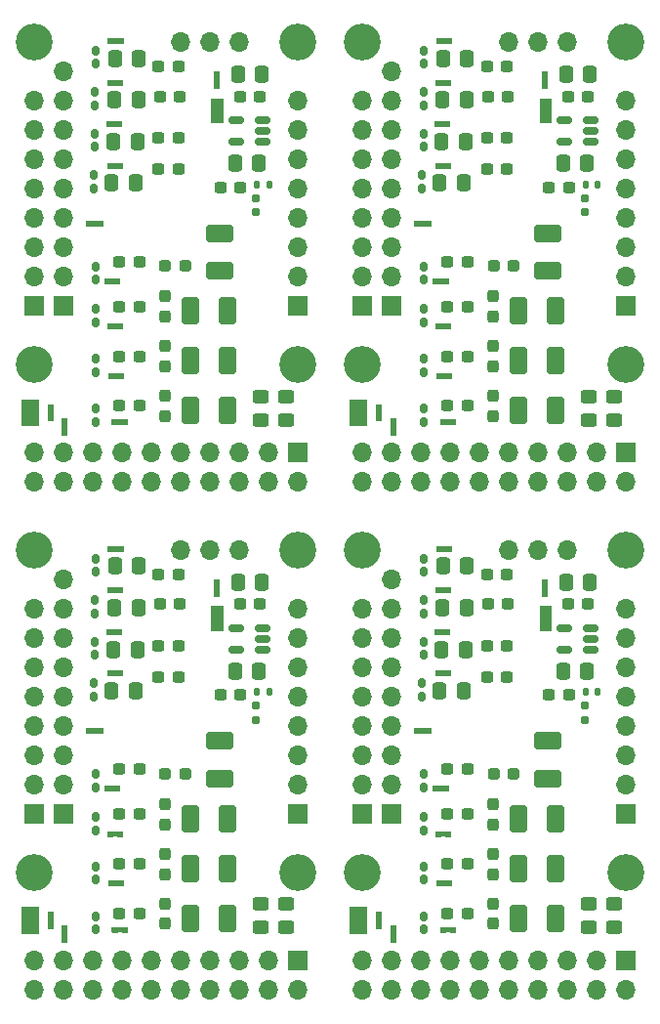
<source format=gbs>
G04 #@! TF.GenerationSoftware,KiCad,Pcbnew,9.0.4*
G04 #@! TF.CreationDate,2025-08-20T18:38:41-04:00*
G04 #@! TF.ProjectId,jlc_pcba,6a6c635f-7063-4626-912e-6b696361645f,rev?*
G04 #@! TF.SameCoordinates,Original*
G04 #@! TF.FileFunction,Soldermask,Bot*
G04 #@! TF.FilePolarity,Negative*
%FSLAX46Y46*%
G04 Gerber Fmt 4.6, Leading zero omitted, Abs format (unit mm)*
G04 Created by KiCad (PCBNEW 9.0.4) date 2025-08-20 18:38:41*
%MOMM*%
%LPD*%
G01*
G04 APERTURE LIST*
G04 Aperture macros list*
%AMRoundRect*
0 Rectangle with rounded corners*
0 $1 Rounding radius*
0 $2 $3 $4 $5 $6 $7 $8 $9 X,Y pos of 4 corners*
0 Add a 4 corners polygon primitive as box body*
4,1,4,$2,$3,$4,$5,$6,$7,$8,$9,$2,$3,0*
0 Add four circle primitives for the rounded corners*
1,1,$1+$1,$2,$3*
1,1,$1+$1,$4,$5*
1,1,$1+$1,$6,$7*
1,1,$1+$1,$8,$9*
0 Add four rect primitives between the rounded corners*
20,1,$1+$1,$2,$3,$4,$5,0*
20,1,$1+$1,$4,$5,$6,$7,0*
20,1,$1+$1,$6,$7,$8,$9,0*
20,1,$1+$1,$8,$9,$2,$3,0*%
G04 Aperture macros list end*
%ADD10C,0.010000*%
%ADD11R,1.700000X1.700000*%
%ADD12O,1.700000X1.700000*%
%ADD13C,3.200000*%
%ADD14R,0.500000X0.500000*%
%ADD15R,0.550000X0.500000*%
%ADD16RoundRect,0.237500X-0.300000X-0.237500X0.300000X-0.237500X0.300000X0.237500X-0.300000X0.237500X0*%
%ADD17RoundRect,0.237500X0.300000X0.237500X-0.300000X0.237500X-0.300000X-0.237500X0.300000X-0.237500X0*%
%ADD18RoundRect,0.250000X-0.337500X-0.475000X0.337500X-0.475000X0.337500X0.475000X-0.337500X0.475000X0*%
%ADD19RoundRect,0.160000X-0.160000X0.222500X-0.160000X-0.222500X0.160000X-0.222500X0.160000X0.222500X0*%
%ADD20RoundRect,0.160000X0.160000X-0.222500X0.160000X0.222500X-0.160000X0.222500X-0.160000X-0.222500X0*%
%ADD21RoundRect,0.237500X0.237500X-0.287500X0.237500X0.287500X-0.237500X0.287500X-0.237500X-0.287500X0*%
%ADD22RoundRect,0.250000X0.337500X0.475000X-0.337500X0.475000X-0.337500X-0.475000X0.337500X-0.475000X0*%
%ADD23RoundRect,0.135000X0.135000X0.185000X-0.135000X0.185000X-0.135000X-0.185000X0.135000X-0.185000X0*%
%ADD24RoundRect,0.250000X0.450000X-0.325000X0.450000X0.325000X-0.450000X0.325000X-0.450000X-0.325000X0*%
%ADD25RoundRect,0.250001X0.499999X0.924999X-0.499999X0.924999X-0.499999X-0.924999X0.499999X-0.924999X0*%
%ADD26R,1.500000X1.000000*%
%ADD27RoundRect,0.160000X-0.160000X0.197500X-0.160000X-0.197500X0.160000X-0.197500X0.160000X0.197500X0*%
%ADD28RoundRect,0.237500X-0.237500X0.287500X-0.237500X-0.287500X0.237500X-0.287500X0.237500X0.287500X0*%
%ADD29RoundRect,0.250000X-0.450000X0.325000X-0.450000X-0.325000X0.450000X-0.325000X0.450000X0.325000X0*%
%ADD30R,0.508000X0.500000*%
%ADD31R,0.508000X0.508000*%
%ADD32R,0.500000X0.508000*%
%ADD33RoundRect,0.250001X0.924999X-0.499999X0.924999X0.499999X-0.924999X0.499999X-0.924999X-0.499999X0*%
%ADD34RoundRect,0.237500X-0.287500X-0.237500X0.287500X-0.237500X0.287500X0.237500X-0.287500X0.237500X0*%
%ADD35RoundRect,0.150000X0.512500X0.150000X-0.512500X0.150000X-0.512500X-0.150000X0.512500X-0.150000X0*%
G04 APERTURE END LIST*
G04 #@! TO.C,OP2*
G36*
X44860000Y-77782500D02*
G01*
X45710000Y-77782500D01*
X45710000Y-77282500D01*
X44860000Y-77282500D01*
X44860000Y-77782500D01*
G37*
G04 #@! TO.C,OM2*
G36*
X16175000Y-29882500D02*
G01*
X17025000Y-29882500D01*
X17025000Y-29382500D01*
X16175000Y-29382500D01*
X16175000Y-29882500D01*
G37*
G04 #@! TO.C,MCLK108*
G36*
X9975000Y-85182500D02*
G01*
X8475000Y-85182500D01*
X8475000Y-84882500D01*
X9975000Y-84882500D01*
X9975000Y-85182500D01*
G37*
G04 #@! TO.C,INM2*
G36*
X16457500Y-9082500D02*
G01*
X17307500Y-9082500D01*
X17307500Y-8582500D01*
X16457500Y-8582500D01*
X16457500Y-9082500D01*
G37*
G04 #@! TO.C,INP2*
G36*
X44870000Y-56682500D02*
G01*
X45720000Y-56682500D01*
X45720000Y-56182500D01*
X44870000Y-56182500D01*
X44870000Y-56682500D01*
G37*
G04 #@! TO.C,OM2*
G36*
X16175000Y-73882500D02*
G01*
X17025000Y-73882500D01*
X17025000Y-73382500D01*
X16175000Y-73382500D01*
X16175000Y-73882500D01*
G37*
G04 #@! TO.C,OM1*
G36*
X17175000Y-85582500D02*
G01*
X16300000Y-85582500D01*
X16300000Y-86082500D01*
X17175000Y-86082500D01*
X17175000Y-85582500D01*
G37*
G04 #@! TO.C,G119*
G36*
X25171000Y-55978500D02*
G01*
X25679000Y-55978500D01*
X25679000Y-56478500D01*
X25171000Y-56478500D01*
X25171000Y-55978500D01*
G37*
G04 #@! TO.C,INM1*
G36*
X16337500Y-16282500D02*
G01*
X17187500Y-16282500D01*
X17187500Y-15782500D01*
X16337500Y-15782500D01*
X16337500Y-16282500D01*
G37*
G04 #@! TO.C,GND108*
G36*
X43539000Y-68378500D02*
G01*
X43039000Y-68378500D01*
X43039000Y-68886500D01*
X43539000Y-68886500D01*
X43539000Y-68378500D01*
G37*
G04 #@! TO.C,SCL108*
G36*
X11279000Y-85286500D02*
G01*
X10771000Y-85286500D01*
X10771000Y-84786500D01*
X11279000Y-84786500D01*
X11279000Y-85286500D01*
G37*
G04 #@! TO.C,SDA108*
G36*
X12479000Y-42486500D02*
G01*
X11971000Y-42486500D01*
X11971000Y-41986500D01*
X12479000Y-41986500D01*
X12479000Y-42486500D01*
G37*
G04 #@! TO.C,GND108*
G36*
X15079000Y-24378500D02*
G01*
X14579000Y-24378500D01*
X14579000Y-24886500D01*
X15079000Y-24886500D01*
X15079000Y-24378500D01*
G37*
G04 #@! TO.C,OP1*
G36*
X44935000Y-38082500D02*
G01*
X45785000Y-38082500D01*
X45785000Y-37582500D01*
X44935000Y-37582500D01*
X44935000Y-38082500D01*
G37*
G04 #@! TO.C,INP1*
G36*
X16400000Y-63882500D02*
G01*
X17250000Y-63882500D01*
X17250000Y-63382500D01*
X16400000Y-63382500D01*
X16400000Y-63882500D01*
G37*
G04 #@! TO.C,3V108*
D10*
X54385000Y-15892500D02*
X53385000Y-15892500D01*
X53385000Y-13782500D01*
X54385000Y-13782500D01*
X54385000Y-15892500D01*
G36*
X54385000Y-15892500D02*
G01*
X53385000Y-15892500D01*
X53385000Y-13782500D01*
X54385000Y-13782500D01*
X54385000Y-15892500D01*
G37*
G04 #@! TO.C,OM1*
G36*
X45635000Y-85582500D02*
G01*
X44760000Y-85582500D01*
X44760000Y-86082500D01*
X45635000Y-86082500D01*
X45635000Y-85582500D01*
G37*
G04 #@! TO.C,SDA108*
G36*
X40939000Y-86486500D02*
G01*
X40431000Y-86486500D01*
X40431000Y-85986500D01*
X40939000Y-85986500D01*
X40939000Y-86486500D01*
G37*
G04 #@! TO.C,OM1*
G36*
X45635000Y-41582500D02*
G01*
X44760000Y-41582500D01*
X44760000Y-42082500D01*
X45635000Y-42082500D01*
X45635000Y-41582500D01*
G37*
G04 #@! TO.C,OP1*
G36*
X16475000Y-38082500D02*
G01*
X17325000Y-38082500D01*
X17325000Y-37582500D01*
X16475000Y-37582500D01*
X16475000Y-38082500D01*
G37*
G04 #@! TO.C,SDA108*
G36*
X40939000Y-42486500D02*
G01*
X40431000Y-42486500D01*
X40431000Y-41986500D01*
X40939000Y-41986500D01*
X40939000Y-42486500D01*
G37*
G04 #@! TO.C,INM1*
G36*
X16337500Y-60282500D02*
G01*
X17187500Y-60282500D01*
X17187500Y-59782500D01*
X16337500Y-59782500D01*
X16337500Y-60282500D01*
G37*
G04 #@! TO.C,INP2*
G36*
X16410000Y-12682500D02*
G01*
X17260000Y-12682500D01*
X17260000Y-12182500D01*
X16410000Y-12182500D01*
X16410000Y-12682500D01*
G37*
G04 #@! TO.C,MCLK108*
G36*
X38435000Y-41182500D02*
G01*
X36935000Y-41182500D01*
X36935000Y-40882500D01*
X38435000Y-40882500D01*
X38435000Y-41182500D01*
G37*
G04 #@! TO.C,SCL108*
G36*
X39739000Y-85286500D02*
G01*
X39231000Y-85286500D01*
X39231000Y-84786500D01*
X39739000Y-84786500D01*
X39739000Y-85286500D01*
G37*
G04 #@! TO.C,OP2*
G36*
X16400000Y-33782500D02*
G01*
X17250000Y-33782500D01*
X17250000Y-33282500D01*
X16400000Y-33282500D01*
X16400000Y-33782500D01*
G37*
G04 #@! TO.C,OP1*
G36*
X16475000Y-82082500D02*
G01*
X17325000Y-82082500D01*
X17325000Y-81582500D01*
X16475000Y-81582500D01*
X16475000Y-82082500D01*
G37*
G04 #@! TO.C,OM1*
G36*
X17175000Y-41582500D02*
G01*
X16300000Y-41582500D01*
X16300000Y-42082500D01*
X17175000Y-42082500D01*
X17175000Y-41582500D01*
G37*
G04 #@! TO.C,INP1*
G36*
X16400000Y-19882500D02*
G01*
X17250000Y-19882500D01*
X17250000Y-19382500D01*
X16400000Y-19382500D01*
X16400000Y-19882500D01*
G37*
G04 #@! TO.C,G119*
G36*
X53631000Y-55978500D02*
G01*
X54139000Y-55978500D01*
X54139000Y-56478500D01*
X53631000Y-56478500D01*
X53631000Y-55978500D01*
G37*
G04 #@! TO.C,INM1*
G36*
X44797500Y-60282500D02*
G01*
X45647500Y-60282500D01*
X45647500Y-59782500D01*
X44797500Y-59782500D01*
X44797500Y-60282500D01*
G37*
G04 #@! TO.C,OP2*
G36*
X16400000Y-77782500D02*
G01*
X17250000Y-77782500D01*
X17250000Y-77282500D01*
X16400000Y-77282500D01*
X16400000Y-77782500D01*
G37*
G04 #@! TO.C,3V108*
X25925000Y-15892500D02*
X24925000Y-15892500D01*
X24925000Y-13782500D01*
X25925000Y-13782500D01*
X25925000Y-15892500D01*
G36*
X25925000Y-15892500D02*
G01*
X24925000Y-15892500D01*
X24925000Y-13782500D01*
X25925000Y-13782500D01*
X25925000Y-15892500D01*
G37*
G04 #@! TO.C,INP1*
G36*
X44860000Y-63882500D02*
G01*
X45710000Y-63882500D01*
X45710000Y-63382500D01*
X44860000Y-63382500D01*
X44860000Y-63882500D01*
G37*
G04 #@! TO.C,MCLK108*
G36*
X9975000Y-41182500D02*
G01*
X8475000Y-41182500D01*
X8475000Y-40882500D01*
X9975000Y-40882500D01*
X9975000Y-41182500D01*
G37*
G04 #@! TO.C,INP1*
G36*
X44860000Y-19882500D02*
G01*
X45710000Y-19882500D01*
X45710000Y-19382500D01*
X44860000Y-19382500D01*
X44860000Y-19882500D01*
G37*
G04 #@! TO.C,MCLK108*
G36*
X38435000Y-85182500D02*
G01*
X36935000Y-85182500D01*
X36935000Y-84882500D01*
X38435000Y-84882500D01*
X38435000Y-85182500D01*
G37*
G04 #@! TO.C,INM2*
G36*
X44917500Y-9082500D02*
G01*
X45767500Y-9082500D01*
X45767500Y-8582500D01*
X44917500Y-8582500D01*
X44917500Y-9082500D01*
G37*
G04 #@! TO.C,OP2*
G36*
X44860000Y-33782500D02*
G01*
X45710000Y-33782500D01*
X45710000Y-33282500D01*
X44860000Y-33282500D01*
X44860000Y-33782500D01*
G37*
G04 #@! TO.C,INP2*
G36*
X44870000Y-12682500D02*
G01*
X45720000Y-12682500D01*
X45720000Y-12182500D01*
X44870000Y-12182500D01*
X44870000Y-12682500D01*
G37*
G36*
X16410000Y-56682500D02*
G01*
X17260000Y-56682500D01*
X17260000Y-56182500D01*
X16410000Y-56182500D01*
X16410000Y-56682500D01*
G37*
G04 #@! TO.C,SDA108*
G36*
X12479000Y-86486500D02*
G01*
X11971000Y-86486500D01*
X11971000Y-85986500D01*
X12479000Y-85986500D01*
X12479000Y-86486500D01*
G37*
G04 #@! TO.C,SCL108*
G36*
X11279000Y-41286500D02*
G01*
X10771000Y-41286500D01*
X10771000Y-40786500D01*
X11279000Y-40786500D01*
X11279000Y-41286500D01*
G37*
G04 #@! TO.C,INM1*
G36*
X44797500Y-16282500D02*
G01*
X45647500Y-16282500D01*
X45647500Y-15782500D01*
X44797500Y-15782500D01*
X44797500Y-16282500D01*
G37*
G04 #@! TO.C,GND108*
G36*
X43539000Y-24378500D02*
G01*
X43039000Y-24378500D01*
X43039000Y-24886500D01*
X43539000Y-24886500D01*
X43539000Y-24378500D01*
G37*
G04 #@! TO.C,SCL108*
G36*
X39739000Y-41286500D02*
G01*
X39231000Y-41286500D01*
X39231000Y-40786500D01*
X39739000Y-40786500D01*
X39739000Y-41286500D01*
G37*
G04 #@! TO.C,OM2*
G36*
X44635000Y-73882500D02*
G01*
X45485000Y-73882500D01*
X45485000Y-73382500D01*
X44635000Y-73382500D01*
X44635000Y-73882500D01*
G37*
G04 #@! TO.C,G119*
G36*
X53631000Y-11978500D02*
G01*
X54139000Y-11978500D01*
X54139000Y-12478500D01*
X53631000Y-12478500D01*
X53631000Y-11978500D01*
G37*
G04 #@! TO.C,3V108*
X54385000Y-59892500D02*
X53385000Y-59892500D01*
X53385000Y-57782500D01*
X54385000Y-57782500D01*
X54385000Y-59892500D01*
G36*
X54385000Y-59892500D02*
G01*
X53385000Y-59892500D01*
X53385000Y-57782500D01*
X54385000Y-57782500D01*
X54385000Y-59892500D01*
G37*
G04 #@! TO.C,G119*
G36*
X25171000Y-11978500D02*
G01*
X25679000Y-11978500D01*
X25679000Y-12478500D01*
X25171000Y-12478500D01*
X25171000Y-11978500D01*
G37*
G04 #@! TO.C,INM2*
G36*
X16457500Y-53082500D02*
G01*
X17307500Y-53082500D01*
X17307500Y-52582500D01*
X16457500Y-52582500D01*
X16457500Y-53082500D01*
G37*
G04 #@! TO.C,3V108*
X25925000Y-59892500D02*
X24925000Y-59892500D01*
X24925000Y-57782500D01*
X25925000Y-57782500D01*
X25925000Y-59892500D01*
G36*
X25925000Y-59892500D02*
G01*
X24925000Y-59892500D01*
X24925000Y-57782500D01*
X25925000Y-57782500D01*
X25925000Y-59892500D01*
G37*
G04 #@! TO.C,INM2*
G36*
X44917500Y-53082500D02*
G01*
X45767500Y-53082500D01*
X45767500Y-52582500D01*
X44917500Y-52582500D01*
X44917500Y-53082500D01*
G37*
G04 #@! TO.C,OM2*
G36*
X44635000Y-29882500D02*
G01*
X45485000Y-29882500D01*
X45485000Y-29382500D01*
X44635000Y-29382500D01*
X44635000Y-29882500D01*
G37*
G04 #@! TO.C,GND108*
G36*
X15079000Y-68378500D02*
G01*
X14579000Y-68378500D01*
X14579000Y-68886500D01*
X15079000Y-68886500D01*
X15079000Y-68378500D01*
G37*
G04 #@! TO.C,OP1*
G36*
X44935000Y-82082500D02*
G01*
X45785000Y-82082500D01*
X45785000Y-81582500D01*
X44935000Y-81582500D01*
X44935000Y-82082500D01*
G37*
G04 #@! TD*
D11*
G04 #@! TO.C,board_outline108*
X32425000Y-44495000D03*
D12*
X32425000Y-47035000D03*
X29885000Y-44495000D03*
X29885000Y-47035000D03*
X27345000Y-44495000D03*
X27345000Y-47035000D03*
X24805000Y-44495000D03*
X24805000Y-47035000D03*
X22265000Y-44495000D03*
X22265000Y-47035000D03*
X19725000Y-44495000D03*
X19725000Y-47035000D03*
X17185000Y-44495000D03*
X17185000Y-47035000D03*
X14645000Y-44495000D03*
X14645000Y-47035000D03*
X12105000Y-44495000D03*
X12105000Y-47035000D03*
X9565000Y-44495000D03*
X9565000Y-47035000D03*
D11*
X12110000Y-31785000D03*
X9570000Y-31785000D03*
D12*
X12110000Y-29245000D03*
X9570000Y-29245000D03*
X12110000Y-26705000D03*
X9570000Y-26705000D03*
X12110000Y-24165000D03*
X9570000Y-24165000D03*
X12110000Y-21625000D03*
X9570000Y-21625000D03*
X12110000Y-19085000D03*
X9570000Y-19085000D03*
X12110000Y-16545000D03*
X9570000Y-16545000D03*
X12110000Y-14005000D03*
X9570000Y-14005000D03*
D11*
X32430000Y-31785000D03*
D12*
X32430000Y-29245000D03*
X32430000Y-26705000D03*
X32430000Y-24165000D03*
X32430000Y-21625000D03*
X32430000Y-19085000D03*
X32430000Y-16545000D03*
X32430000Y-14005000D03*
X27350000Y-8940000D03*
X24810000Y-8940000D03*
X22270000Y-8940000D03*
X12110000Y-11480000D03*
D13*
X9570000Y-36880000D03*
X9570000Y-8940000D03*
X32430000Y-36880000D03*
X32430000Y-8940000D03*
G04 #@! TD*
D11*
G04 #@! TO.C,board_outline108*
X60885000Y-88495000D03*
D12*
X60885000Y-91035000D03*
X58345000Y-88495000D03*
X58345000Y-91035000D03*
X55805000Y-88495000D03*
X55805000Y-91035000D03*
X53265000Y-88495000D03*
X53265000Y-91035000D03*
X50725000Y-88495000D03*
X50725000Y-91035000D03*
X48185000Y-88495000D03*
X48185000Y-91035000D03*
X45645000Y-88495000D03*
X45645000Y-91035000D03*
X43105000Y-88495000D03*
X43105000Y-91035000D03*
X40565000Y-88495000D03*
X40565000Y-91035000D03*
X38025000Y-88495000D03*
X38025000Y-91035000D03*
D11*
X40570000Y-75785000D03*
X38030000Y-75785000D03*
D12*
X40570000Y-73245000D03*
X38030000Y-73245000D03*
X40570000Y-70705000D03*
X38030000Y-70705000D03*
X40570000Y-68165000D03*
X38030000Y-68165000D03*
X40570000Y-65625000D03*
X38030000Y-65625000D03*
X40570000Y-63085000D03*
X38030000Y-63085000D03*
X40570000Y-60545000D03*
X38030000Y-60545000D03*
X40570000Y-58005000D03*
X38030000Y-58005000D03*
D11*
X60890000Y-75785000D03*
D12*
X60890000Y-73245000D03*
X60890000Y-70705000D03*
X60890000Y-68165000D03*
X60890000Y-65625000D03*
X60890000Y-63085000D03*
X60890000Y-60545000D03*
X60890000Y-58005000D03*
X55810000Y-52940000D03*
X53270000Y-52940000D03*
X50730000Y-52940000D03*
X40570000Y-55480000D03*
D13*
X38030000Y-80880000D03*
X38030000Y-52940000D03*
X60890000Y-80880000D03*
X60890000Y-52940000D03*
G04 #@! TD*
D11*
G04 #@! TO.C,board_outline108*
X60885000Y-44495000D03*
D12*
X60885000Y-47035000D03*
X58345000Y-44495000D03*
X58345000Y-47035000D03*
X55805000Y-44495000D03*
X55805000Y-47035000D03*
X53265000Y-44495000D03*
X53265000Y-47035000D03*
X50725000Y-44495000D03*
X50725000Y-47035000D03*
X48185000Y-44495000D03*
X48185000Y-47035000D03*
X45645000Y-44495000D03*
X45645000Y-47035000D03*
X43105000Y-44495000D03*
X43105000Y-47035000D03*
X40565000Y-44495000D03*
X40565000Y-47035000D03*
X38025000Y-44495000D03*
X38025000Y-47035000D03*
D11*
X40570000Y-31785000D03*
X38030000Y-31785000D03*
D12*
X40570000Y-29245000D03*
X38030000Y-29245000D03*
X40570000Y-26705000D03*
X38030000Y-26705000D03*
X40570000Y-24165000D03*
X38030000Y-24165000D03*
X40570000Y-21625000D03*
X38030000Y-21625000D03*
X40570000Y-19085000D03*
X38030000Y-19085000D03*
X40570000Y-16545000D03*
X38030000Y-16545000D03*
X40570000Y-14005000D03*
X38030000Y-14005000D03*
D11*
X60890000Y-31785000D03*
D12*
X60890000Y-29245000D03*
X60890000Y-26705000D03*
X60890000Y-24165000D03*
X60890000Y-21625000D03*
X60890000Y-19085000D03*
X60890000Y-16545000D03*
X60890000Y-14005000D03*
X55810000Y-8940000D03*
X53270000Y-8940000D03*
X50730000Y-8940000D03*
X40570000Y-11480000D03*
D13*
X38030000Y-36880000D03*
X38030000Y-8940000D03*
X60890000Y-36880000D03*
X60890000Y-8940000D03*
G04 #@! TD*
D11*
G04 #@! TO.C,board_outline108*
X32425000Y-88495000D03*
D12*
X32425000Y-91035000D03*
X29885000Y-88495000D03*
X29885000Y-91035000D03*
X27345000Y-88495000D03*
X27345000Y-91035000D03*
X24805000Y-88495000D03*
X24805000Y-91035000D03*
X22265000Y-88495000D03*
X22265000Y-91035000D03*
X19725000Y-88495000D03*
X19725000Y-91035000D03*
X17185000Y-88495000D03*
X17185000Y-91035000D03*
X14645000Y-88495000D03*
X14645000Y-91035000D03*
X12105000Y-88495000D03*
X12105000Y-91035000D03*
X9565000Y-88495000D03*
X9565000Y-91035000D03*
D11*
X12110000Y-75785000D03*
X9570000Y-75785000D03*
D12*
X12110000Y-73245000D03*
X9570000Y-73245000D03*
X12110000Y-70705000D03*
X9570000Y-70705000D03*
X12110000Y-68165000D03*
X9570000Y-68165000D03*
X12110000Y-65625000D03*
X9570000Y-65625000D03*
X12110000Y-63085000D03*
X9570000Y-63085000D03*
X12110000Y-60545000D03*
X9570000Y-60545000D03*
X12110000Y-58005000D03*
X9570000Y-58005000D03*
D11*
X32430000Y-75785000D03*
D12*
X32430000Y-73245000D03*
X32430000Y-70705000D03*
X32430000Y-68165000D03*
X32430000Y-65625000D03*
X32430000Y-63085000D03*
X32430000Y-60545000D03*
X32430000Y-58005000D03*
X27350000Y-52940000D03*
X24810000Y-52940000D03*
X22270000Y-52940000D03*
X12110000Y-55480000D03*
D13*
X9570000Y-80880000D03*
X9570000Y-52940000D03*
X32430000Y-80880000D03*
X32430000Y-52940000D03*
G04 #@! TD*
D14*
G04 #@! TO.C,OP2*
X44610000Y-77532500D03*
D15*
X45485000Y-77532500D03*
G04 #@! TD*
D16*
G04 #@! TO.C,C129*
X54210582Y-65482883D03*
X55935582Y-65482883D03*
G04 #@! TD*
D17*
G04 #@! TO.C,C123*
X47147500Y-71932500D03*
X45422500Y-71932500D03*
G04 #@! TD*
G04 #@! TO.C,C123*
X18687500Y-71932500D03*
X16962500Y-71932500D03*
G04 #@! TD*
D18*
G04 #@! TO.C,FB110*
X44910000Y-17532500D03*
X46985000Y-17532500D03*
G04 #@! TD*
D14*
G04 #@! TO.C,OM2*
X15925000Y-29632500D03*
D15*
X16800000Y-29632500D03*
G04 #@! TD*
D17*
G04 #@! TO.C,C117*
X47147500Y-40432500D03*
X45422500Y-40432500D03*
G04 #@! TD*
D19*
G04 #@! TO.C,D109*
X14925000Y-85805000D03*
X14925000Y-84660000D03*
G04 #@! TD*
D16*
G04 #@! TO.C,C126*
X48822500Y-17232500D03*
X50547500Y-17232500D03*
G04 #@! TD*
D17*
G04 #@! TO.C,C121*
X18687500Y-31832500D03*
X16962500Y-31832500D03*
G04 #@! TD*
D19*
G04 #@! TO.C,D111*
X14925000Y-73505000D03*
X14925000Y-72360000D03*
G04 #@! TD*
D20*
G04 #@! TO.C,D114*
X43320000Y-16860000D03*
X43320000Y-18005000D03*
G04 #@! TD*
D21*
G04 #@! TO.C,R111*
X49385000Y-32707500D03*
X49385000Y-30957500D03*
G04 #@! TD*
D22*
G04 #@! TO.C,T\u002AC108*
X57760000Y-55698186D03*
X55685000Y-55698186D03*
G04 #@! TD*
D23*
G04 #@! TO.C,R128*
X29935000Y-21232500D03*
X28915000Y-21232500D03*
G04 #@! TD*
D18*
G04 #@! TO.C,FB108*
X45020000Y-10332500D03*
X47095000Y-10332500D03*
G04 #@! TD*
G04 #@! TO.C,FB111*
X44747500Y-21132500D03*
X46822500Y-21132500D03*
G04 #@! TD*
D24*
G04 #@! TO.C,C131*
X59885000Y-85657500D03*
X59885000Y-83607500D03*
G04 #@! TD*
D20*
G04 #@! TO.C,D115*
X43185000Y-64460000D03*
X43185000Y-65605000D03*
G04 #@! TD*
D25*
G04 #@! TO.C,C110*
X26350000Y-36532500D03*
X23100000Y-36532500D03*
G04 #@! TD*
D19*
G04 #@! TO.C,D108*
X14925000Y-81505000D03*
X14925000Y-80360000D03*
G04 #@! TD*
D18*
G04 #@! TO.C,FB110*
X44910000Y-61532500D03*
X46985000Y-61532500D03*
G04 #@! TD*
D26*
G04 #@! TO.C,MCLK108*
X9225000Y-85682500D03*
X9225000Y-84382500D03*
G04 #@! TD*
D14*
G04 #@! TO.C,INM2*
X16207500Y-8832500D03*
D15*
X17082500Y-8832500D03*
G04 #@! TD*
D27*
G04 #@! TO.C,SCL109*
X57285000Y-22435000D03*
X57285000Y-23630000D03*
G04 #@! TD*
D16*
G04 #@! TO.C,C129*
X25750582Y-65482883D03*
X27475582Y-65482883D03*
G04 #@! TD*
G04 #@! TO.C,C129*
X54210582Y-21482883D03*
X55935582Y-21482883D03*
G04 #@! TD*
D18*
G04 #@! TO.C,FB109*
X16522500Y-13932500D03*
X18597500Y-13932500D03*
G04 #@! TD*
D28*
G04 #@! TO.C,R109*
X20925000Y-39557500D03*
X20925000Y-41307500D03*
G04 #@! TD*
D18*
G04 #@! TO.C,FB109*
X16522500Y-57932500D03*
X18597500Y-57932500D03*
G04 #@! TD*
D14*
G04 #@! TO.C,INP2*
X44620000Y-56432500D03*
D15*
X45495000Y-56432500D03*
G04 #@! TD*
D18*
G04 #@! TO.C,FB108*
X16560000Y-10332500D03*
X18635000Y-10332500D03*
G04 #@! TD*
D21*
G04 #@! TO.C,R111*
X20925000Y-32707500D03*
X20925000Y-30957500D03*
G04 #@! TD*
D29*
G04 #@! TO.C,C130*
X57685000Y-39607500D03*
X57685000Y-41657500D03*
G04 #@! TD*
D14*
G04 #@! TO.C,OM2*
X15925000Y-73632500D03*
D15*
X16800000Y-73632500D03*
G04 #@! TD*
D18*
G04 #@! TO.C,T\u002AC110*
X26987500Y-19432500D03*
X29062500Y-19432500D03*
G04 #@! TD*
G04 #@! TO.C,FB109*
X44982500Y-57932500D03*
X47057500Y-57932500D03*
G04 #@! TD*
D14*
G04 #@! TO.C,OM1*
X17425000Y-85832500D03*
X16575000Y-85832500D03*
G04 #@! TD*
D30*
G04 #@! TO.C,G119*
X25425000Y-55728500D03*
D31*
X25425000Y-56732500D03*
G04 #@! TD*
D20*
G04 #@! TO.C,D112*
X14907500Y-53660000D03*
X14907500Y-54805000D03*
G04 #@! TD*
D19*
G04 #@! TO.C,D109*
X43385000Y-41805000D03*
X43385000Y-40660000D03*
G04 #@! TD*
D14*
G04 #@! TO.C,INM1*
X16087500Y-16032500D03*
D15*
X16962500Y-16032500D03*
G04 #@! TD*
D32*
G04 #@! TO.C,GND108*
X43789000Y-68632500D03*
D31*
X42785000Y-68632500D03*
G04 #@! TD*
D25*
G04 #@! TO.C,C120*
X26350000Y-76232500D03*
X23100000Y-76232500D03*
G04 #@! TD*
D28*
G04 #@! TO.C,R109*
X20925000Y-83557500D03*
X20925000Y-85307500D03*
G04 #@! TD*
D33*
G04 #@! TO.C,C122*
X25625000Y-72732499D03*
X25625000Y-69482499D03*
G04 #@! TD*
D18*
G04 #@! TO.C,FB110*
X16450000Y-61532500D03*
X18525000Y-61532500D03*
G04 #@! TD*
G04 #@! TO.C,FB111*
X16287500Y-21132500D03*
X18362500Y-21132500D03*
G04 #@! TD*
D20*
G04 #@! TO.C,D114*
X14860000Y-16860000D03*
X14860000Y-18005000D03*
G04 #@! TD*
D16*
G04 #@! TO.C,C125*
X20462500Y-13632500D03*
X22187500Y-13632500D03*
G04 #@! TD*
D17*
G04 #@! TO.C,C117*
X18687500Y-40432500D03*
X16962500Y-40432500D03*
G04 #@! TD*
D29*
G04 #@! TO.C,C130*
X29225000Y-83607500D03*
X29225000Y-85657500D03*
G04 #@! TD*
D19*
G04 #@! TO.C,D110*
X14925000Y-77205000D03*
X14925000Y-76060000D03*
G04 #@! TD*
D30*
G04 #@! TO.C,SCL108*
X11025000Y-85536500D03*
D31*
X11025000Y-84532500D03*
G04 #@! TD*
D21*
G04 #@! TO.C,R108*
X49385000Y-37007500D03*
X49385000Y-35257500D03*
G04 #@! TD*
D30*
G04 #@! TO.C,SDA108*
X12225000Y-42736500D03*
D31*
X12225000Y-41732500D03*
G04 #@! TD*
D17*
G04 #@! TO.C,C123*
X47147500Y-27932500D03*
X45422500Y-27932500D03*
G04 #@! TD*
D32*
G04 #@! TO.C,GND108*
X15329000Y-24632500D03*
D31*
X14325000Y-24632500D03*
G04 #@! TD*
D19*
G04 #@! TO.C,D108*
X43385000Y-37505000D03*
X43385000Y-36360000D03*
G04 #@! TD*
D14*
G04 #@! TO.C,OP1*
X44685000Y-37832500D03*
D15*
X45560000Y-37832500D03*
G04 #@! TD*
D18*
G04 #@! TO.C,FB108*
X45020000Y-54332500D03*
X47095000Y-54332500D03*
G04 #@! TD*
D34*
G04 #@! TO.C,R116*
X20950000Y-28332500D03*
X22700000Y-28332500D03*
G04 #@! TD*
D16*
G04 #@! TO.C,C126*
X20362500Y-61232500D03*
X22087500Y-61232500D03*
G04 #@! TD*
G04 #@! TO.C,C125*
X20462500Y-57632500D03*
X22187500Y-57632500D03*
G04 #@! TD*
D18*
G04 #@! TO.C,FB108*
X16560000Y-54332500D03*
X18635000Y-54332500D03*
G04 #@! TD*
D33*
G04 #@! TO.C,C122*
X25625000Y-28732499D03*
X25625000Y-25482499D03*
G04 #@! TD*
D14*
G04 #@! TO.C,INP1*
X16150000Y-63632500D03*
D15*
X17025000Y-63632500D03*
G04 #@! TD*
D17*
G04 #@! TO.C,C113*
X18687500Y-80132500D03*
X16962500Y-80132500D03*
G04 #@! TD*
D25*
G04 #@! TO.C,C110*
X54810000Y-36532500D03*
X51560000Y-36532500D03*
G04 #@! TD*
D19*
G04 #@! TO.C,D110*
X43385000Y-77205000D03*
X43385000Y-76060000D03*
G04 #@! TD*
D25*
G04 #@! TO.C,C114*
X54810000Y-40832500D03*
X51560000Y-40832500D03*
G04 #@! TD*
D14*
G04 #@! TO.C,OM1*
X45885000Y-85832500D03*
X45035000Y-85832500D03*
G04 #@! TD*
D30*
G04 #@! TO.C,SDA108*
X40685000Y-86736500D03*
D31*
X40685000Y-85732500D03*
G04 #@! TD*
D19*
G04 #@! TO.C,D111*
X43385000Y-73505000D03*
X43385000Y-72360000D03*
G04 #@! TD*
D24*
G04 #@! TO.C,C131*
X31425000Y-85657500D03*
X31425000Y-83607500D03*
G04 #@! TD*
D17*
G04 #@! TO.C,C123*
X18687500Y-27932500D03*
X16962500Y-27932500D03*
G04 #@! TD*
D21*
G04 #@! TO.C,R108*
X49385000Y-81007500D03*
X49385000Y-79257500D03*
G04 #@! TD*
D19*
G04 #@! TO.C,D110*
X43385000Y-33205000D03*
X43385000Y-32060000D03*
G04 #@! TD*
D21*
G04 #@! TO.C,R108*
X20925000Y-37007500D03*
X20925000Y-35257500D03*
G04 #@! TD*
D14*
G04 #@! TO.C,OM1*
X45885000Y-41832500D03*
X45035000Y-41832500D03*
G04 #@! TD*
G04 #@! TO.C,OP1*
X16225000Y-37832500D03*
D15*
X17100000Y-37832500D03*
G04 #@! TD*
D25*
G04 #@! TO.C,C120*
X54810000Y-32232500D03*
X51560000Y-32232500D03*
G04 #@! TD*
D21*
G04 #@! TO.C,R108*
X20925000Y-81007500D03*
X20925000Y-79257500D03*
G04 #@! TD*
D30*
G04 #@! TO.C,SDA108*
X40685000Y-42736500D03*
D31*
X40685000Y-41732500D03*
G04 #@! TD*
D25*
G04 #@! TO.C,C114*
X54810000Y-84832500D03*
X51560000Y-84832500D03*
G04 #@! TD*
D16*
G04 #@! TO.C,C124*
X48822500Y-55032500D03*
X50547500Y-55032500D03*
G04 #@! TD*
D28*
G04 #@! TO.C,R109*
X49385000Y-83557500D03*
X49385000Y-85307500D03*
G04 #@! TD*
D14*
G04 #@! TO.C,INM1*
X16087500Y-60032500D03*
D15*
X16962500Y-60032500D03*
G04 #@! TD*
D20*
G04 #@! TO.C,D115*
X14725000Y-20460000D03*
X14725000Y-21605000D03*
G04 #@! TD*
G04 #@! TO.C,D113*
X14860000Y-13260000D03*
X14860000Y-14405000D03*
G04 #@! TD*
D14*
G04 #@! TO.C,INP2*
X16160000Y-12432500D03*
D15*
X17035000Y-12432500D03*
G04 #@! TD*
D26*
G04 #@! TO.C,MCLK108*
X37685000Y-41682500D03*
X37685000Y-40382500D03*
G04 #@! TD*
D25*
G04 #@! TO.C,C120*
X54810000Y-76232500D03*
X51560000Y-76232500D03*
G04 #@! TD*
D34*
G04 #@! TO.C,R116*
X49410000Y-28332500D03*
X51160000Y-28332500D03*
G04 #@! TD*
D30*
G04 #@! TO.C,SCL108*
X39485000Y-85536500D03*
D31*
X39485000Y-84532500D03*
G04 #@! TD*
D35*
G04 #@! TO.C,U109*
X57837500Y-15670686D03*
X57837500Y-16620686D03*
X57837500Y-17570686D03*
X55562500Y-17570686D03*
X55562500Y-15670686D03*
G04 #@! TD*
D14*
G04 #@! TO.C,OP2*
X16150000Y-33532500D03*
D15*
X17025000Y-33532500D03*
G04 #@! TD*
D18*
G04 #@! TO.C,T\u002AC110*
X55447500Y-19432500D03*
X57522500Y-19432500D03*
G04 #@! TD*
D20*
G04 #@! TO.C,D113*
X43320000Y-13260000D03*
X43320000Y-14405000D03*
G04 #@! TD*
D16*
G04 #@! TO.C,C125*
X48922500Y-13632500D03*
X50647500Y-13632500D03*
G04 #@! TD*
D14*
G04 #@! TO.C,OP1*
X16225000Y-81832500D03*
D15*
X17100000Y-81832500D03*
G04 #@! TD*
D14*
G04 #@! TO.C,OM1*
X17425000Y-41832500D03*
X16575000Y-41832500D03*
G04 #@! TD*
G04 #@! TO.C,INP1*
X16150000Y-19632500D03*
D15*
X17025000Y-19632500D03*
G04 #@! TD*
D17*
G04 #@! TO.C,C121*
X47147500Y-75832500D03*
X45422500Y-75832500D03*
G04 #@! TD*
D18*
G04 #@! TO.C,T\u002AC110*
X55447500Y-63432500D03*
X57522500Y-63432500D03*
G04 #@! TD*
D20*
G04 #@! TO.C,D112*
X43367500Y-53660000D03*
X43367500Y-54805000D03*
G04 #@! TD*
D19*
G04 #@! TO.C,D110*
X14925000Y-33205000D03*
X14925000Y-32060000D03*
G04 #@! TD*
D30*
G04 #@! TO.C,G119*
X53885000Y-55728500D03*
D31*
X53885000Y-56732500D03*
G04 #@! TD*
D19*
G04 #@! TO.C,D111*
X43385000Y-29505000D03*
X43385000Y-28360000D03*
G04 #@! TD*
G04 #@! TO.C,D108*
X43385000Y-81505000D03*
X43385000Y-80360000D03*
G04 #@! TD*
D20*
G04 #@! TO.C,D114*
X14860000Y-60860000D03*
X14860000Y-62005000D03*
G04 #@! TD*
D14*
G04 #@! TO.C,INM1*
X44547500Y-60032500D03*
D15*
X45422500Y-60032500D03*
G04 #@! TD*
D22*
G04 #@! TO.C,T\u002AC108*
X57760000Y-11698186D03*
X55685000Y-11698186D03*
G04 #@! TD*
D28*
G04 #@! TO.C,R109*
X49385000Y-39557500D03*
X49385000Y-41307500D03*
G04 #@! TD*
D14*
G04 #@! TO.C,OP2*
X16150000Y-77532500D03*
D15*
X17025000Y-77532500D03*
G04 #@! TD*
D20*
G04 #@! TO.C,D112*
X43367500Y-9660000D03*
X43367500Y-10805000D03*
G04 #@! TD*
D25*
G04 #@! TO.C,C110*
X54810000Y-80532500D03*
X51560000Y-80532500D03*
G04 #@! TD*
G04 #@! TO.C,C110*
X26350000Y-80532500D03*
X23100000Y-80532500D03*
G04 #@! TD*
D14*
G04 #@! TO.C,INP1*
X44610000Y-63632500D03*
D15*
X45485000Y-63632500D03*
G04 #@! TD*
D35*
G04 #@! TO.C,U109*
X29377500Y-59670686D03*
X29377500Y-60620686D03*
X29377500Y-61570686D03*
X27102500Y-61570686D03*
X27102500Y-59670686D03*
G04 #@! TD*
D33*
G04 #@! TO.C,C122*
X54085000Y-28732499D03*
X54085000Y-25482499D03*
G04 #@! TD*
D26*
G04 #@! TO.C,MCLK108*
X9225000Y-41682500D03*
X9225000Y-40382500D03*
G04 #@! TD*
D25*
G04 #@! TO.C,C120*
X26350000Y-32232500D03*
X23100000Y-32232500D03*
G04 #@! TD*
D17*
G04 #@! TO.C,C117*
X47147500Y-84432500D03*
X45422500Y-84432500D03*
G04 #@! TD*
D23*
G04 #@! TO.C,R128*
X58395000Y-65232500D03*
X57375000Y-65232500D03*
G04 #@! TD*
D14*
G04 #@! TO.C,INP1*
X44610000Y-19632500D03*
D15*
X45485000Y-19632500D03*
G04 #@! TD*
D17*
G04 #@! TO.C,T\u002AC109*
X29125000Y-13632500D03*
X27400000Y-13632500D03*
G04 #@! TD*
D25*
G04 #@! TO.C,C114*
X26350000Y-84832500D03*
X23100000Y-84832500D03*
G04 #@! TD*
D20*
G04 #@! TO.C,D113*
X14860000Y-57260000D03*
X14860000Y-58405000D03*
G04 #@! TD*
D17*
G04 #@! TO.C,C113*
X47147500Y-80132500D03*
X45422500Y-80132500D03*
G04 #@! TD*
D16*
G04 #@! TO.C,C127*
X48822500Y-19932500D03*
X50547500Y-19932500D03*
G04 #@! TD*
D24*
G04 #@! TO.C,C131*
X31425000Y-41657500D03*
X31425000Y-39607500D03*
G04 #@! TD*
D18*
G04 #@! TO.C,T\u002AC110*
X26987500Y-63432500D03*
X29062500Y-63432500D03*
G04 #@! TD*
D26*
G04 #@! TO.C,MCLK108*
X37685000Y-85682500D03*
X37685000Y-84382500D03*
G04 #@! TD*
D22*
G04 #@! TO.C,T\u002AC108*
X29300000Y-11698186D03*
X27225000Y-11698186D03*
G04 #@! TD*
D16*
G04 #@! TO.C,C124*
X20362500Y-55032500D03*
X22087500Y-55032500D03*
G04 #@! TD*
D27*
G04 #@! TO.C,SCL109*
X57285000Y-66435000D03*
X57285000Y-67630000D03*
G04 #@! TD*
D16*
G04 #@! TO.C,C125*
X48922500Y-57632500D03*
X50647500Y-57632500D03*
G04 #@! TD*
D17*
G04 #@! TO.C,T\u002AC109*
X57585000Y-13632500D03*
X55860000Y-13632500D03*
G04 #@! TD*
D21*
G04 #@! TO.C,R111*
X49385000Y-76707500D03*
X49385000Y-74957500D03*
G04 #@! TD*
D14*
G04 #@! TO.C,INM2*
X44667500Y-8832500D03*
D15*
X45542500Y-8832500D03*
G04 #@! TD*
D35*
G04 #@! TO.C,U109*
X57837500Y-59670686D03*
X57837500Y-60620686D03*
X57837500Y-61570686D03*
X55562500Y-61570686D03*
X55562500Y-59670686D03*
G04 #@! TD*
D18*
G04 #@! TO.C,FB110*
X16450000Y-17532500D03*
X18525000Y-17532500D03*
G04 #@! TD*
D14*
G04 #@! TO.C,OP2*
X44610000Y-33532500D03*
D15*
X45485000Y-33532500D03*
G04 #@! TD*
D18*
G04 #@! TO.C,FB111*
X16287500Y-65132500D03*
X18362500Y-65132500D03*
G04 #@! TD*
D14*
G04 #@! TO.C,INP2*
X44620000Y-12432500D03*
D15*
X45495000Y-12432500D03*
G04 #@! TD*
D20*
G04 #@! TO.C,D115*
X14725000Y-64460000D03*
X14725000Y-65605000D03*
G04 #@! TD*
D14*
G04 #@! TO.C,INP2*
X16160000Y-56432500D03*
D15*
X17035000Y-56432500D03*
G04 #@! TD*
D18*
G04 #@! TO.C,FB111*
X44747500Y-65132500D03*
X46822500Y-65132500D03*
G04 #@! TD*
D33*
G04 #@! TO.C,C122*
X54085000Y-72732499D03*
X54085000Y-69482499D03*
G04 #@! TD*
D30*
G04 #@! TO.C,SDA108*
X12225000Y-86736500D03*
D31*
X12225000Y-85732500D03*
G04 #@! TD*
D17*
G04 #@! TO.C,C121*
X47147500Y-31832500D03*
X45422500Y-31832500D03*
G04 #@! TD*
D25*
G04 #@! TO.C,C114*
X26350000Y-40832500D03*
X23100000Y-40832500D03*
G04 #@! TD*
D16*
G04 #@! TO.C,C127*
X20362500Y-63932500D03*
X22087500Y-63932500D03*
G04 #@! TD*
G04 #@! TO.C,C127*
X48822500Y-63932500D03*
X50547500Y-63932500D03*
G04 #@! TD*
D17*
G04 #@! TO.C,T\u002AC109*
X57585000Y-57632500D03*
X55860000Y-57632500D03*
G04 #@! TD*
D18*
G04 #@! TO.C,FB109*
X44982500Y-13932500D03*
X47057500Y-13932500D03*
G04 #@! TD*
D22*
G04 #@! TO.C,T\u002AC108*
X29300000Y-55698186D03*
X27225000Y-55698186D03*
G04 #@! TD*
D20*
G04 #@! TO.C,D115*
X43185000Y-20460000D03*
X43185000Y-21605000D03*
G04 #@! TD*
D16*
G04 #@! TO.C,C127*
X20362500Y-19932500D03*
X22087500Y-19932500D03*
G04 #@! TD*
D21*
G04 #@! TO.C,R111*
X20925000Y-76707500D03*
X20925000Y-74957500D03*
G04 #@! TD*
D20*
G04 #@! TO.C,D113*
X43320000Y-57260000D03*
X43320000Y-58405000D03*
G04 #@! TD*
D27*
G04 #@! TO.C,SCL109*
X28825000Y-66435000D03*
X28825000Y-67630000D03*
G04 #@! TD*
D30*
G04 #@! TO.C,SCL108*
X11025000Y-41536500D03*
D31*
X11025000Y-40532500D03*
G04 #@! TD*
D14*
G04 #@! TO.C,INM1*
X44547500Y-16032500D03*
D15*
X45422500Y-16032500D03*
G04 #@! TD*
D16*
G04 #@! TO.C,C126*
X48822500Y-61232500D03*
X50547500Y-61232500D03*
G04 #@! TD*
D32*
G04 #@! TO.C,GND108*
X43789000Y-24632500D03*
D31*
X42785000Y-24632500D03*
G04 #@! TD*
D34*
G04 #@! TO.C,R116*
X20950000Y-72332500D03*
X22700000Y-72332500D03*
G04 #@! TD*
D29*
G04 #@! TO.C,C130*
X29225000Y-39607500D03*
X29225000Y-41657500D03*
G04 #@! TD*
G04 #@! TO.C,C130*
X57685000Y-83607500D03*
X57685000Y-85657500D03*
G04 #@! TD*
D16*
G04 #@! TO.C,C124*
X48822500Y-11032500D03*
X50547500Y-11032500D03*
G04 #@! TD*
D23*
G04 #@! TO.C,R128*
X29935000Y-65232500D03*
X28915000Y-65232500D03*
G04 #@! TD*
D34*
G04 #@! TO.C,R116*
X49410000Y-72332500D03*
X51160000Y-72332500D03*
G04 #@! TD*
D24*
G04 #@! TO.C,C131*
X59885000Y-41657500D03*
X59885000Y-39607500D03*
G04 #@! TD*
D17*
G04 #@! TO.C,C113*
X47147500Y-36132500D03*
X45422500Y-36132500D03*
G04 #@! TD*
G04 #@! TO.C,C117*
X18687500Y-84432500D03*
X16962500Y-84432500D03*
G04 #@! TD*
D30*
G04 #@! TO.C,SCL108*
X39485000Y-41536500D03*
D31*
X39485000Y-40532500D03*
G04 #@! TD*
D19*
G04 #@! TO.C,D111*
X14925000Y-29505000D03*
X14925000Y-28360000D03*
G04 #@! TD*
D14*
G04 #@! TO.C,OM2*
X44385000Y-73632500D03*
D15*
X45260000Y-73632500D03*
G04 #@! TD*
D20*
G04 #@! TO.C,D114*
X43320000Y-60860000D03*
X43320000Y-62005000D03*
G04 #@! TD*
D30*
G04 #@! TO.C,G119*
X53885000Y-11728500D03*
D31*
X53885000Y-12732500D03*
G04 #@! TD*
D16*
G04 #@! TO.C,C124*
X20362500Y-11032500D03*
X22087500Y-11032500D03*
G04 #@! TD*
D17*
G04 #@! TO.C,C121*
X18687500Y-75832500D03*
X16962500Y-75832500D03*
G04 #@! TD*
D30*
G04 #@! TO.C,G119*
X25425000Y-11728500D03*
D31*
X25425000Y-12732500D03*
G04 #@! TD*
D17*
G04 #@! TO.C,T\u002AC109*
X29125000Y-57632500D03*
X27400000Y-57632500D03*
G04 #@! TD*
D19*
G04 #@! TO.C,D109*
X14925000Y-41805000D03*
X14925000Y-40660000D03*
G04 #@! TD*
D17*
G04 #@! TO.C,C113*
X18687500Y-36132500D03*
X16962500Y-36132500D03*
G04 #@! TD*
D19*
G04 #@! TO.C,D109*
X43385000Y-85805000D03*
X43385000Y-84660000D03*
G04 #@! TD*
D14*
G04 #@! TO.C,INM2*
X16207500Y-52832500D03*
D15*
X17082500Y-52832500D03*
G04 #@! TD*
D16*
G04 #@! TO.C,C126*
X20362500Y-17232500D03*
X22087500Y-17232500D03*
G04 #@! TD*
D14*
G04 #@! TO.C,INM2*
X44667500Y-52832500D03*
D15*
X45542500Y-52832500D03*
G04 #@! TD*
D35*
G04 #@! TO.C,U109*
X29377500Y-15670686D03*
X29377500Y-16620686D03*
X29377500Y-17570686D03*
X27102500Y-17570686D03*
X27102500Y-15670686D03*
G04 #@! TD*
D14*
G04 #@! TO.C,OM2*
X44385000Y-29632500D03*
D15*
X45260000Y-29632500D03*
G04 #@! TD*
D32*
G04 #@! TO.C,GND108*
X15329000Y-68632500D03*
D31*
X14325000Y-68632500D03*
G04 #@! TD*
D19*
G04 #@! TO.C,D108*
X14925000Y-37505000D03*
X14925000Y-36360000D03*
G04 #@! TD*
D27*
G04 #@! TO.C,SCL109*
X28825000Y-22435000D03*
X28825000Y-23630000D03*
G04 #@! TD*
D14*
G04 #@! TO.C,OP1*
X44685000Y-81832500D03*
D15*
X45560000Y-81832500D03*
G04 #@! TD*
D23*
G04 #@! TO.C,R128*
X58395000Y-21232500D03*
X57375000Y-21232500D03*
G04 #@! TD*
D20*
G04 #@! TO.C,D112*
X14907500Y-9660000D03*
X14907500Y-10805000D03*
G04 #@! TD*
D16*
G04 #@! TO.C,C129*
X25750582Y-21482883D03*
X27475582Y-21482883D03*
G04 #@! TD*
M02*

</source>
